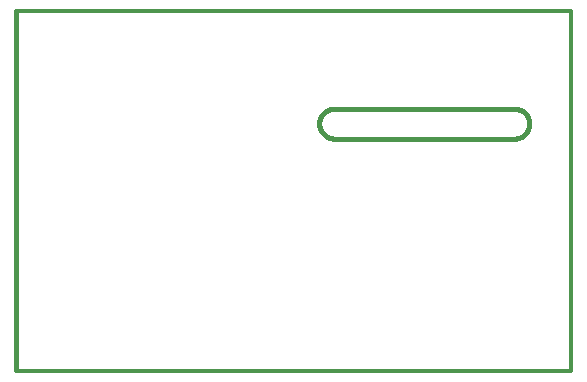
<source format=gbr>
G04 (created by PCBNEW-RS274X (20100406 SVN-R2508)-final) date 6/3/2010 10:02:15 PM*
G01*
G70*
G90*
%MOIN*%
G04 Gerber Fmt 3.4, Leading zero omitted, Abs format*
%FSLAX34Y34*%
G04 APERTURE LIST*
%ADD10C,0.006000*%
%ADD11C,0.012000*%
%ADD12C,0.015000*%
G04 APERTURE END LIST*
G54D10*
G54D11*
X39500Y-43250D02*
X21000Y-43250D01*
X39500Y-55250D02*
X39500Y-43250D01*
X21000Y-55250D02*
X39500Y-55250D01*
G54D12*
X21000Y-55200D02*
X21000Y-55000D01*
X31600Y-46500D02*
X31557Y-46502D01*
X31514Y-46508D01*
X31471Y-46518D01*
X31429Y-46531D01*
X31389Y-46547D01*
X31351Y-46567D01*
X31314Y-46591D01*
X31279Y-46617D01*
X31247Y-46647D01*
X31217Y-46679D01*
X31191Y-46714D01*
X31167Y-46751D01*
X31147Y-46789D01*
X31131Y-46829D01*
X31118Y-46871D01*
X31108Y-46914D01*
X31102Y-46957D01*
X31100Y-47000D01*
X31100Y-47000D02*
X31102Y-47043D01*
X31108Y-47086D01*
X31118Y-47129D01*
X31131Y-47171D01*
X31147Y-47211D01*
X31167Y-47249D01*
X31191Y-47286D01*
X31217Y-47321D01*
X31247Y-47353D01*
X31279Y-47383D01*
X31314Y-47409D01*
X31351Y-47433D01*
X31389Y-47453D01*
X31429Y-47469D01*
X31471Y-47482D01*
X31514Y-47492D01*
X31557Y-47498D01*
X31600Y-47500D01*
X37600Y-47500D02*
X37643Y-47498D01*
X37686Y-47492D01*
X37729Y-47482D01*
X37771Y-47469D01*
X37811Y-47453D01*
X37850Y-47433D01*
X37886Y-47409D01*
X37921Y-47383D01*
X37953Y-47353D01*
X37983Y-47321D01*
X38009Y-47286D01*
X38033Y-47249D01*
X38053Y-47211D01*
X38069Y-47171D01*
X38082Y-47129D01*
X38092Y-47086D01*
X38098Y-47043D01*
X38100Y-47000D01*
X38100Y-47000D02*
X38098Y-46957D01*
X38092Y-46914D01*
X38082Y-46871D01*
X38069Y-46829D01*
X38053Y-46789D01*
X38033Y-46751D01*
X38009Y-46714D01*
X37983Y-46679D01*
X37953Y-46647D01*
X37921Y-46617D01*
X37886Y-46591D01*
X37850Y-46567D01*
X37811Y-46547D01*
X37771Y-46531D01*
X37729Y-46518D01*
X37686Y-46508D01*
X37643Y-46502D01*
X37600Y-46500D01*
X31600Y-47500D02*
X37600Y-47500D01*
X37600Y-46500D02*
X31600Y-46500D01*
X21000Y-43250D02*
X21000Y-55000D01*
M02*

</source>
